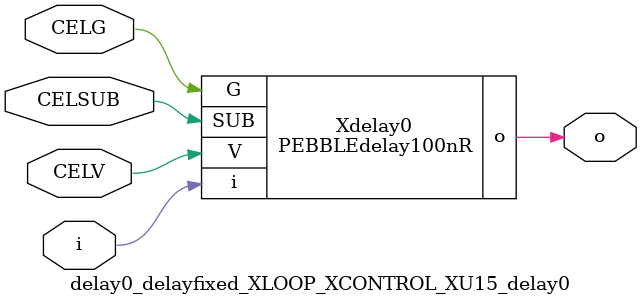
<source format=v>



module PEBBLEdelay100nR ( o, V, G, i, SUB );

  input V;
  input i;
  input G;
  output o;
  input SUB;
endmodule

//Celera Confidential Do Not Copy delay0_delayfixed_XLOOP_XCONTROL_XU15_delay0
//TYPE: fixed 100ns
module delay0_delayfixed_XLOOP_XCONTROL_XU15_delay0 (i, CELV, o,
CELG,CELSUB);
input CELV;
input i;
output o;
input CELSUB;
input CELG;

//Celera Confidential Do Not Copy delayfast0
PEBBLEdelay100nR Xdelay0(
.V (CELV),
.i (i),
.o (o),
.G (CELG),
.SUB (CELSUB)
);
//,diesize,PEBBLEdelay100nR

//Celera Confidential Do Not Copy Module End
//Celera Schematic Generator
endmodule

</source>
